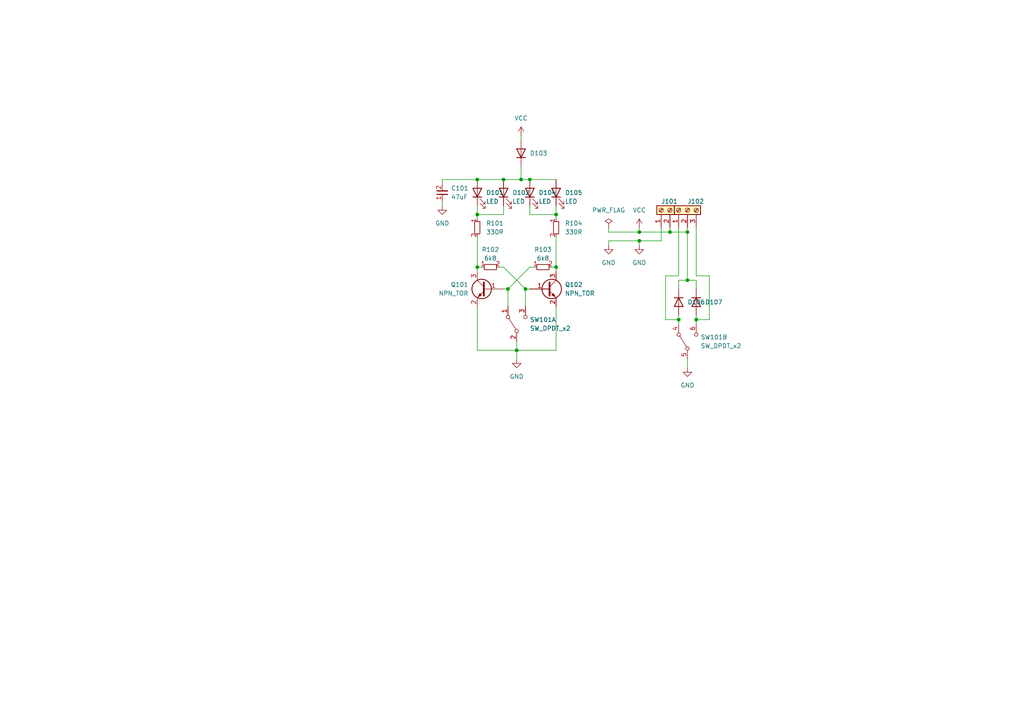
<source format=kicad_sch>
(kicad_sch (version 20231120) (generator "eeschema") (generator_version "8.0")
  (paper "A4")
  (lib_symbols
    (symbol "Connector:Screw_Terminal_01x02" (pin_names (offset 1.016) hide)
      (property "Reference" "J" (at 0 2.54 0))
      (property "Value" "Screw_Terminal_01x02" (at 0 -5.08 0))
      (symbol "Screw_Terminal_01x02_1_1"
        (rectangle (start -1.27 1.27) (end 1.27 -3.81) (stroke (width 0.254)) (fill (type background)))
        (circle (center 0 -2.54) (radius 0.635) (stroke (width 0.1524)))
        (polyline (pts (xy -0.5334 -2.2098) (xy 0.3302 -3.048)) (stroke (width 0.1524)))
        (polyline (pts (xy -0.5334 0.3302) (xy 0.3302 -0.508)) (stroke (width 0.1524)))
        (polyline (pts (xy -0.3556 -2.032) (xy 0.508 -2.8702)) (stroke (width 0.1524)))
        (polyline (pts (xy -0.3556 0.508) (xy 0.508 -0.3302)) (stroke (width 0.1524)))
        (circle (center 0 0) (radius 0.635) (stroke (width 0.1524)))
        (pin passive line (at -5.08 0 0) (length 3.81) (name "Pin_1") (number "1"))
        (pin passive line (at -5.08 -2.54 0) (length 3.81) (name "Pin_2") (number "2"))
      )
    )
    (symbol "Connector:Screw_Terminal_01x03" (pin_names (offset 1.016) hide)
      (property "Reference" "J" (at 0 5.08 0))
      (property "Value" "Screw_Terminal_01x03" (at 0 -5.08 0))
      (symbol "Screw_Terminal_01x03_1_1"
        (rectangle (start -1.27 3.81) (end 1.27 -3.81) (stroke (width 0.254)) (fill (type background)))
        (circle (center 0 -2.54) (radius 0.635) (stroke (width 0.1524)))
        (polyline (pts (xy -0.5334 -2.2098) (xy 0.3302 -3.048)) (stroke (width 0.1524)))
        (polyline (pts (xy -0.5334 0.3302) (xy 0.3302 -0.508)) (stroke (width 0.1524)))
        (polyline (pts (xy -0.5334 2.8702) (xy 0.3302 2.032)) (stroke (width 0.1524)))
        (polyline (pts (xy -0.3556 -2.032) (xy 0.508 -2.8702)) (stroke (width 0.1524)))
        (polyline (pts (xy -0.3556 0.508) (xy 0.508 -0.3302)) (stroke (width 0.1524)))
        (polyline (pts (xy -0.3556 3.048) (xy 0.508 2.2098)) (stroke (width 0.1524)))
        (circle (center 0 0) (radius 0.635) (stroke (width 0.1524)))
        (circle (center 0 2.54) (radius 0.635) (stroke (width 0.1524)))
        (pin passive line (at -5.08 2.54 0) (length 3.81) (name "Pin_1") (number "1"))
        (pin passive line (at -5.08 0 0) (length 3.81) (name "Pin_2") (number "2"))
        (pin passive line (at -5.08 -2.54 0) (length 3.81) (name "Pin_3") (number "3"))
      )
    )
    (symbol "Device:LED" (pin_numbers hide) (pin_names (offset 1.016) hide)
      (property "Reference" "D" (at 0 2.54 0))
      (property "Value" "LED" (at 0 -2.54 0))
      (symbol "LED_0_1"
        (polyline (pts (xy -1.27 -1.27) (xy -1.27 1.27)) (stroke (width 0.254)))
        (polyline (pts (xy -1.27 0) (xy 1.27 0)))
        (polyline (pts (xy 1.27 -1.27) (xy 1.27 1.27) (xy -1.27 0) (xy 1.27 -1.27)) (stroke (width 0.254)))
        (polyline (pts (xy -3.048 -0.762) (xy -4.572 -2.286) (xy -3.81 -2.286) (xy -4.572 -2.286) (xy -4.572 -1.524)))
        (polyline (pts (xy -1.778 -0.762) (xy -3.302 -2.286) (xy -2.54 -2.286) (xy -3.302 -2.286) (xy -3.302 -1.524)))
      )
      (symbol "LED_1_1"
        (pin passive line (at -3.81 0 0) (length 2.54) (name "K") (number "1"))
        (pin passive line (at 3.81 0 180) (length 2.54) (name "A") (number "2"))
      )
    )
    (symbol "Switch:SW_DPDT_x2" (pin_names (offset 0) hide)
      (property "Reference" "SW" (at 0 4.318 0))
      (property "Value" "SW_DPDT_x2" (at 0 -5.08 0))
      (symbol "SW_DPDT_x2_0_0"
        (circle (center -2.032 0) (radius 0.508))
        (circle (center 2.032 -2.54) (radius 0.508))
      )
      (symbol "SW_DPDT_x2_0_1"
        (polyline (pts (xy -1.524 0.254) (xy 1.651 2.286)))
        (circle (center 2.032 2.54) (radius 0.508))
      )
      (symbol "SW_DPDT_x2_1_1"
        (pin passive line (at 5.08 2.54 180) (length 2.54) (name "A") (number "1"))
        (pin passive line (at -5.08 0 0) (length 2.54) (name "B") (number "2"))
        (pin passive line (at 5.08 -2.54 180) (length 2.54) (name "C") (number "3"))
      )
      (symbol "SW_DPDT_x2_2_1"
        (pin passive line (at 5.08 2.54 180) (length 2.54) (name "A") (number "4"))
        (pin passive line (at -5.08 0 0) (length 2.54) (name "B") (number "5"))
        (pin passive line (at 5.08 -2.54 180) (length 2.54) (name "C") (number "6"))
      )
    )
    (symbol "capacitor_miscellaneous:C_1206_47uF"
      (property "Reference" "C" (at 1.27 2.54 0))
      (property "Value" "47uF" (at 3.81 -2.54 0))
      (symbol "C_1206_47uF_0_1"
        (polyline (pts (xy -1.524 -0.508) (xy 1.524 -0.508)) (stroke (width 0.3302)))
        (polyline (pts (xy -1.524 0.508) (xy 1.524 0.508)) (stroke (width 0.3048)))
      )
      (symbol "C_1206_47uF_1_1"
        (pin passive line (at 0 2.54 270) (length 2.032) (name "~") (number "1"))
        (pin passive line (at 0 -2.54 90) (length 2.032) (name "~") (number "2"))
      )
    )
    (symbol "custom_kicad_lib_sk:1N4148WS" (pin_numbers hide) (pin_names hide)
      (property "Reference" "D" (at 0 2.54 0))
      (property "Value" "1N4148WS" (at 0 -2.54 0))
      (symbol "1N4148WS_0_1"
        (polyline (pts (xy -1.27 1.27) (xy -1.27 -1.27)) (stroke (width 0.254)))
        (polyline (pts (xy 1.27 0) (xy -1.27 0)))
        (polyline (pts (xy 1.27 1.27) (xy 1.27 -1.27) (xy -1.27 0) (xy 1.27 1.27)) (stroke (width 0.254)))
      )
      (symbol "1N4148WS_1_1"
        (pin passive line (at -3.81 0 0) (length 2.54) (name "K") (number "1"))
        (pin passive line (at 3.81 0 180) (length 2.54) (name "A") (number "2"))
      )
    )
    (symbol "custom_kicad_lib_sk:NPN_TOR" (pin_names (offset 0) hide)
      (property "Reference" "Q" (at 5.08 1.905 0))
      (property "Value" "NPN_TOR" (at 5.08 0 0))
      (symbol "NPN_TOR_0_1"
        (polyline (pts (xy 0.635 0.635) (xy 2.54 2.54)))
        (polyline (pts (xy 0.635 -0.635) (xy 2.54 -2.54) (xy 2.54 -2.54)))
        (polyline (pts (xy 0.635 1.905) (xy 0.635 -1.905) (xy 0.635 -1.905)) (stroke (width 0.508)))
        (polyline (pts (xy 1.27 -1.778) (xy 1.778 -1.27) (xy 2.286 -2.286) (xy 1.27 -1.778) (xy 1.27 -1.778)) (fill (type outline)))
        (circle (center 1.27 0) (radius 2.8194) (stroke (width 0.254)))
      )
      (symbol "NPN_TOR_1_1"
        (pin input line (at -5.08 0 0) (length 5.715) (name "B") (number "1"))
        (pin passive line (at 2.54 -5.08 90) (length 2.54) (name "E") (number "2"))
        (pin passive line (at 2.54 5.08 270) (length 2.54) (name "C") (number "3"))
      )
    )
    (symbol "power:GND" (power) (pin_names (offset 0))
      (property "Value" "GND" (at 0 -3.81 0))
      (symbol "GND_0_1"
        (polyline (pts (xy 0 0) (xy 0 -1.27) (xy 1.27 -1.27) (xy 0 -2.54) (xy -1.27 -1.27) (xy 0 -1.27)))
      )
      (symbol "GND_1_1"
        (pin power_in line (at 0 0 270) (length 0) hide (name "GND") (number "1"))
      )
    )
    (symbol "power:PWR_FLAG" (power) (pin_numbers hide) (pin_names (offset 0) hide)
      (property "Value" "PWR_FLAG" (at 0 3.81 0))
      (symbol "PWR_FLAG_0_0"
        (pin power_out line (at 0 0 90) (length 0) (name "pwr") (number "1"))
      )
      (symbol "PWR_FLAG_0_1"
        (polyline (pts (xy 0 0) (xy 0 1.27) (xy -1.016 1.905) (xy 0 2.54) (xy 1.016 1.905) (xy 0 1.27)))
      )
    )
    (symbol "power:VCC" (power) (pin_names (offset 0))
      (property "Value" "VCC" (at 0 3.81 0))
      (symbol "VCC_0_1"
        (polyline (pts (xy -0.762 1.27) (xy 0 2.54)))
        (polyline (pts (xy 0 0) (xy 0 2.54)))
        (polyline (pts (xy 0 2.54) (xy 0.762 1.27)))
      )
      (symbol "VCC_1_1"
        (pin power_in line (at 0 0 90) (length 0) hide (name "VCC") (number "1"))
      )
    )
    (symbol "resistors_0603:R_330R_0603"
      (property "Reference" "R" (at 1.27 2.54 0))
      (property "Value" "330R" (at 2.54 -2.54 0))
      (symbol "R_330R_0603_0_1"
        (rectangle (start -0.762 1.778) (end 0.762 -1.778) (stroke (width 0.2032)))
      )
      (symbol "R_330R_0603_1_1"
        (pin passive line (at 0 2.54 270) (length 0.762) (name "~") (number "1"))
        (pin passive line (at 0 -2.54 90) (length 0.762) (name "~") (number "2"))
      )
    )
    (symbol "resistors_0603:R_6k8_0603"
      (property "Reference" "R" (at 1.27 2.54 0))
      (property "Value" "6k8" (at 2.54 -2.54 0))
      (symbol "R_6k8_0603_0_1"
        (rectangle (start -0.762 1.778) (end 0.762 -1.778) (stroke (width 0.2032)))
      )
      (symbol "R_6k8_0603_1_1"
        (pin passive line (at 0 2.54 270) (length 0.762) (name "~") (number "1"))
        (pin passive line (at 0 -2.54 90) (length 0.762) (name "~") (number "2"))
      )
    )
  )
  (junction (at 161.29 77.47))
  (junction (at 153.67 52.07))
  (junction (at 152.4 83.82))
  (junction (at 138.43 62.23))
  (junction (at 196.85 92.71))
  (junction (at 138.43 52.07))
  (junction (at 201.93 92.71))
  (junction (at 199.39 81.28))
  (junction (at 151.13 52.07))
  (junction (at 185.42 67.31))
  (junction (at 185.42 69.85))
  (junction (at 161.29 62.23))
  (junction (at 146.05 52.07))
  (junction (at 138.43 77.47))
  (junction (at 149.86 101.6))
  (junction (at 199.39 67.31))
  (junction (at 194.31 67.31))
  (junction (at 147.32 83.82))
  (wire (pts (xy 193.04 80.01) (xy 193.04 92.71)))
  (wire (pts (xy 205.74 80.01) (xy 201.93 80.01)))
  (wire (pts (xy 161.29 62.23) (xy 153.67 62.23)))
  (wire (pts (xy 185.42 67.31) (xy 194.31 67.31)))
  (wire (pts (xy 196.85 91.44) (xy 196.85 92.71)))
  (wire (pts (xy 193.04 92.71) (xy 196.85 92.71)))
  (wire (pts (xy 153.67 83.82) (xy 152.4 83.82)))
  (wire (pts (xy 153.67 62.23) (xy 153.67 59.69)))
  (wire (pts (xy 196.85 81.28) (xy 199.39 81.28)))
  (wire (pts (xy 147.32 83.82) (xy 147.32 88.9)))
  (wire (pts (xy 149.86 101.6) (xy 138.43 101.6)))
  (wire (pts (xy 201.93 91.44) (xy 201.93 92.71)))
  (wire (pts (xy 185.42 69.85) (xy 191.77 69.85)))
  (wire (pts (xy 161.29 88.9) (xy 161.29 101.6)))
  (wire (pts (xy 201.93 81.28) (xy 201.93 83.82)))
  (wire (pts (xy 152.4 88.9) (xy 152.4 83.82)))
  (wire (pts (xy 153.67 52.07) (xy 161.29 52.07)))
  (wire (pts (xy 138.43 62.23) (xy 138.43 63.5)))
  (wire (pts (xy 196.85 80.01) (xy 193.04 80.01)))
  (wire (pts (xy 194.31 66.04) (xy 194.31 67.31)))
  (wire (pts (xy 201.93 80.01) (xy 201.93 66.04)))
  (wire (pts (xy 146.05 62.23) (xy 146.05 59.69)))
  (wire (pts (xy 191.77 66.04) (xy 191.77 69.85)))
  (wire (pts (xy 176.53 67.31) (xy 185.42 67.31)))
  (wire (pts (xy 176.53 69.85) (xy 185.42 69.85)))
  (wire (pts (xy 151.13 52.07) (xy 153.67 52.07)))
  (wire (pts (xy 139.7 77.47) (xy 138.43 77.47)))
  (wire (pts (xy 201.93 92.71) (xy 201.93 93.98)))
  (wire (pts (xy 144.78 77.47) (xy 146.05 77.47)))
  (wire (pts (xy 128.27 52.07) (xy 128.27 53.34)))
  (wire (pts (xy 205.74 92.71) (xy 205.74 80.01)))
  (wire (pts (xy 194.31 67.31) (xy 199.39 67.31)))
  (wire (pts (xy 128.27 58.42) (xy 128.27 59.69)))
  (wire (pts (xy 161.29 77.47) (xy 161.29 78.74)))
  (wire (pts (xy 176.53 69.85) (xy 176.53 71.12)))
  (wire (pts (xy 161.29 101.6) (xy 149.86 101.6)))
  (wire (pts (xy 199.39 81.28) (xy 201.93 81.28)))
  (wire (pts (xy 161.29 62.23) (xy 161.29 63.5)))
  (wire (pts (xy 161.29 59.69) (xy 161.29 62.23)))
  (wire (pts (xy 146.05 52.07) (xy 151.13 52.07)))
  (wire (pts (xy 196.85 83.82) (xy 196.85 81.28)))
  (wire (pts (xy 176.53 67.31) (xy 176.53 66.04)))
  (wire (pts (xy 147.32 83.82) (xy 146.05 83.82)))
  (wire (pts (xy 151.13 39.37) (xy 151.13 40.64)))
  (wire (pts (xy 199.39 104.14) (xy 199.39 106.68)))
  (wire (pts (xy 199.39 67.31) (xy 199.39 81.28)))
  (wire (pts (xy 128.27 52.07) (xy 138.43 52.07)))
  (wire (pts (xy 146.05 77.47) (xy 152.4 83.82)))
  (wire (pts (xy 153.67 77.47) (xy 147.32 83.82)))
  (wire (pts (xy 151.13 48.26) (xy 151.13 52.07)))
  (wire (pts (xy 138.43 68.58) (xy 138.43 77.47)))
  (wire (pts (xy 138.43 62.23) (xy 146.05 62.23)))
  (wire (pts (xy 138.43 77.47) (xy 138.43 78.74)))
  (wire (pts (xy 160.02 77.47) (xy 161.29 77.47)))
  (wire (pts (xy 185.42 71.12) (xy 185.42 69.85)))
  (wire (pts (xy 161.29 68.58) (xy 161.29 77.47)))
  (wire (pts (xy 201.93 92.71) (xy 205.74 92.71)))
  (wire (pts (xy 138.43 101.6) (xy 138.43 88.9)))
  (wire (pts (xy 138.43 59.69) (xy 138.43 62.23)))
  (wire (pts (xy 196.85 92.71) (xy 196.85 93.98)))
  (wire (pts (xy 149.86 101.6) (xy 149.86 104.14)))
  (wire (pts (xy 199.39 66.04) (xy 199.39 67.31)))
  (wire (pts (xy 149.86 101.6) (xy 149.86 99.06)))
  (wire (pts (xy 196.85 66.04) (xy 196.85 80.01)))
  (wire (pts (xy 138.43 52.07) (xy 146.05 52.07)))
  (wire (pts (xy 154.94 77.47) (xy 153.67 77.47)))
  (wire (pts (xy 185.42 67.31) (xy 185.42 66.04)))
  (symbol (lib_id "custom_kicad_lib_sk:1N4148WS") (at 151.13 44.45 90) (unit 1)
    (property "Reference" "D103" (at 153.67 44.45 90) (effects (justify right)))
    (property "Value" "1N4148WS" (effects (hide yes)))
    (property "Footprint" "Diode_SMD:D_SOD-323" (effects (hide yes)))
    (property "Datasheet" "https://www.vishay.com/docs/85751/1n4148ws.pdf" (effects (hide yes)))
    (property "Sim.Device" "D" (effects (hide yes)))
    (property "Sim.Pins" "1=K 2=A" (effects (hide yes)))
    (property "JLCPCB Part#" "C2128" (effects (hide yes)))
  )
  (symbol (lib_id "custom_kicad_lib_sk:NPN_TOR") (at 140.97 83.82 0) (mirror y) (unit 1)
    (property "Reference" "Q101" (at 135.89 82.55 0) (effects (justify left)))
    (property "Value" "NPN_TOR" (at 135.89 85.09 0) (effects (justify left)))
    (property "Footprint" "Package_TO_SOT_SMD:SOT-23" (effects (hide yes)))
    (property "JLCPCB Part#" "C2145" (effects (hide yes)))
  )
  (symbol (lib_id "resistors_0603:R_6k8_0603") (at 157.48 77.47 90) (unit 1)
    (property "Reference" "R103" (at 157.48 72.39 90))
    (property "Value" "6k8" (at 157.48 74.93 90))
    (property "Footprint" "custom_kicad_lib_sk:R_0603_smalltext" (effects (hide yes)))
    (property "JLCPCB Part#" "C23212" (effects (hide yes)))
  )
  (symbol (lib_id "capacitor_miscellaneous:C_1206_47uF") (at 128.27 55.88 180) (unit 1)
    (property "Reference" "C101" (at 130.81 54.6036 0) (effects (justify right)))
    (property "Value" "47uF" (at 130.81 57.1436 0) (effects (justify right)))
    (property "Footprint" "Capacitor_SMD:C_1206_3216Metric" (effects (hide yes)))
    (property "JLCPCB Part#" "C96123" (effects (hide yes)))
  )
  (symbol (lib_id "power:GND") (at 199.39 106.68 0) (unit 1)
    (property "Reference" "#PWR0106" (effects (hide yes)))
    (property "Value" "GND" (at 199.39 111.76 0))
  )
  (symbol (lib_id "power:PWR_FLAG") (at 176.53 66.04 0) (unit 1)
    (property "Reference" "#FLG0101" (effects (hide yes)))
    (property "Value" "PWR_FLAG" (at 176.53 60.96 0))
  )
  (symbol (lib_id "Device:LED") (at 161.29 55.88 90) (unit 1)
    (property "Reference" "D105" (at 163.83 55.88 90) (effects (justify right)))
    (property "Value" "LED" (at 163.83 58.42 90) (effects (justify right)))
    (property "Footprint" "LED_THT:LED_D3.0mm" (effects (hide yes)))
  )
  (symbol (lib_id "Switch:SW_DPDT_x2") (at 199.39 99.06 90) (unit 2)
    (property "Reference" "SW101" (at 203.2 97.79 90) (effects (justify right)))
    (property "Value" "SW_DPDT_x2" (at 203.2 100.33 90) (effects (justify right)))
    (property "Footprint" "custom_kicad_lib_sk:MTS_DPDT" (effects (hide yes)))
  )
  (symbol (lib_id "custom_kicad_lib_sk:1N4148WS") (at 201.93 87.63 270) (unit 1)
    (property "Reference" "D107" (at 204.47 87.63 90) (effects (justify left)))
    (property "Value" "1N4148WS" (effects (hide yes)))
    (property "Footprint" "Diode_SMD:D_SOD-323" (effects (hide yes)))
    (property "Datasheet" "https://www.vishay.com/docs/85751/1n4148ws.pdf" (effects (hide yes)))
    (property "Sim.Device" "D" (effects (hide yes)))
    (property "Sim.Pins" "1=K 2=A" (effects (hide yes)))
    (property "JLCPCB Part#" "C2128" (effects (hide yes)))
  )
  (symbol (lib_id "Device:LED") (at 153.67 55.88 90) (unit 1)
    (property "Reference" "D104" (at 156.21 55.88 90) (effects (justify right)))
    (property "Value" "LED" (at 156.21 58.42 90) (effects (justify right)))
    (property "Footprint" "LED_THT:LED_D3.0mm" (effects (hide yes)))
  )
  (symbol (lib_id "power:VCC") (at 185.42 66.04 0) (unit 1)
    (property "Reference" "#PWR0101" (effects (hide yes)))
    (property "Value" "VCC" (at 185.42 60.96 0))
  )
  (symbol (lib_id "resistors_0603:R_6k8_0603") (at 142.24 77.47 90) (unit 1)
    (property "Reference" "R102" (at 142.24 72.39 90))
    (property "Value" "6k8" (at 142.24 74.93 90))
    (property "Footprint" "custom_kicad_lib_sk:R_0603_smalltext" (effects (hide yes)))
    (property "JLCPCB Part#" "C23212" (effects (hide yes)))
  )
  (symbol (lib_id "power:VCC") (at 151.13 39.37 0) (unit 1)
    (property "Reference" "#PWR0103" (effects (hide yes)))
    (property "Value" "VCC" (at 151.13 34.29 0))
  )
  (symbol (lib_id "custom_kicad_lib_sk:1N4148WS") (at 196.85 87.63 270) (unit 1)
    (property "Reference" "D106" (at 199.39 87.63 90) (effects (justify left)))
    (property "Value" "1N4148WS" (effects (hide yes)))
    (property "Footprint" "Diode_SMD:D_SOD-323" (effects (hide yes)))
    (property "Datasheet" "https://www.vishay.com/docs/85751/1n4148ws.pdf" (effects (hide yes)))
    (property "Sim.Device" "D" (effects (hide yes)))
    (property "Sim.Pins" "1=K 2=A" (effects (hide yes)))
    (property "JLCPCB Part#" "C2128" (effects (hide yes)))
  )
  (symbol (lib_id "Device:LED") (at 146.05 55.88 90) (unit 1)
    (property "Reference" "D102" (at 148.59 55.88 90) (effects (justify right)))
    (property "Value" "LED" (at 148.59 58.42 90) (effects (justify right)))
    (property "Footprint" "LED_THT:LED_D3.0mm" (effects (hide yes)))
  )
  (symbol (lib_id "power:GND") (at 185.42 71.12 0) (unit 1)
    (property "Reference" "#PWR0102" (effects (hide yes)))
    (property "Value" "GND" (at 185.42 76.2 0))
  )
  (symbol (lib_id "power:GND") (at 149.86 104.14 0) (unit 1)
    (property "Reference" "#PWR0104" (effects (hide yes)))
    (property "Value" "GND" (at 149.86 109.22 0))
  )
  (symbol (lib_id "resistors_0603:R_330R_0603") (at 138.43 66.04 0) (unit 1)
    (property "Reference" "R101" (at 140.97 64.77 0) (effects (justify left)))
    (property "Value" "330R" (at 140.97 67.31 0) (effects (justify left)))
    (property "Footprint" "custom_kicad_lib_sk:R_0603_smalltext" (effects (hide yes)))
    (property "JLCPCB Part#" "C23138" (effects (hide yes)))
  )
  (symbol (lib_id "Connector:Screw_Terminal_01x03") (at 199.39 60.96 90) (unit 1)
    (property "Reference" "J102" (at 199.39 58.42 90) (effects (justify right)))
    (property "Value" "Screw_Terminal_01x03" (effects (hide yes)))
    (property "Footprint" "Connector_Phoenix_MC:PhoenixContact_MCV_1,5_3-G-3.5_1x03_P3.50mm_Vertical" (effects (hide yes)))
  )
  (symbol (lib_id "Connector:Screw_Terminal_01x02") (at 191.77 60.96 90) (unit 1)
    (property "Reference" "J101" (at 191.77 58.42 90) (effects (justify right)))
    (property "Value" "Screw_Terminal_01x02" (effects (hide yes)))
    (property "Footprint" "Connector_Phoenix_MC:PhoenixContact_MCV_1,5_2-G-3.5_1x02_P3.50mm_Vertical" (effects (hide yes)))
  )
  (symbol (lib_id "power:GND") (at 128.27 59.69 0) (unit 1)
    (property "Reference" "#PWR0105" (effects (hide yes)))
    (property "Value" "GND" (at 128.27 64.77 0))
  )
  (symbol (lib_id "power:GND") (at 176.53 71.12 0) (unit 1)
    (property "Reference" "#PWR0107" (effects (hide yes)))
    (property "Value" "GND" (at 176.53 76.2 0))
  )
  (symbol (lib_id "Device:LED") (at 138.43 55.88 90) (unit 1)
    (property "Reference" "D101" (at 140.97 55.88 90) (effects (justify right)))
    (property "Value" "LED" (at 140.97 58.42 90) (effects (justify right)))
    (property "Footprint" "LED_THT:LED_D3.0mm" (effects (hide yes)))
  )
  (symbol (lib_id "Switch:SW_DPDT_x2") (at 149.86 93.98 90) (unit 1)
    (property "Reference" "SW101" (at 153.67 92.71 90) (effects (justify right)))
    (property "Value" "SW_DPDT_x2" (at 153.67 95.25 90) (effects (justify right)))
    (property "Footprint" "custom_kicad_lib_sk:MTS_DPDT" (effects (hide yes)))
  )
  (symbol (lib_id "resistors_0603:R_330R_0603") (at 161.29 66.04 0) (unit 1)
    (property "Reference" "R104" (at 163.83 64.77 0) (effects (justify left)))
    (property "Value" "330R" (at 163.83 67.31 0) (effects (justify left)))
    (property "Footprint" "custom_kicad_lib_sk:R_0603_smalltext" (effects (hide yes)))
    (property "JLCPCB Part#" "C23138" (effects (hide yes)))
  )
  (symbol (lib_id "custom_kicad_lib_sk:NPN_TOR") (at 158.75 83.82 0) (unit 1)
    (property "Reference" "Q102" (at 163.83 82.55 0) (effects (justify left)))
    (property "Value" "NPN_TOR" (at 163.83 85.09 0) (effects (justify left)))
    (property "Footprint" "Package_TO_SOT_SMD:SOT-23" (effects (hide yes)))
    (property "JLCPCB Part#" "C2145" (effects (hide yes)))
  )
)
</source>
